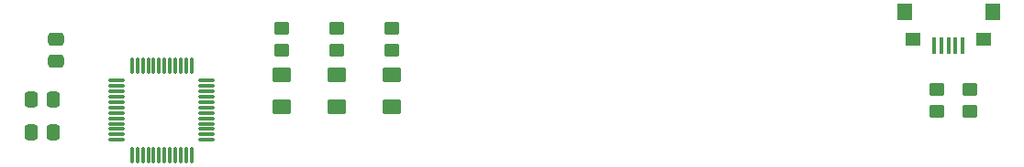
<source format=gbr>
%TF.GenerationSoftware,KiCad,Pcbnew,(6.0.0)*%
%TF.CreationDate,2022-01-02T22:49:07-08:00*%
%TF.ProjectId,thumbler_right,7468756d-626c-4657-925f-72696768742e,rev?*%
%TF.SameCoordinates,Original*%
%TF.FileFunction,Paste,Top*%
%TF.FilePolarity,Positive*%
%FSLAX46Y46*%
G04 Gerber Fmt 4.6, Leading zero omitted, Abs format (unit mm)*
G04 Created by KiCad (PCBNEW (6.0.0)) date 2022-01-02 22:49:07*
%MOMM*%
%LPD*%
G01*
G04 APERTURE LIST*
G04 Aperture macros list*
%AMRoundRect*
0 Rectangle with rounded corners*
0 $1 Rounding radius*
0 $2 $3 $4 $5 $6 $7 $8 $9 X,Y pos of 4 corners*
0 Add a 4 corners polygon primitive as box body*
4,1,4,$2,$3,$4,$5,$6,$7,$8,$9,$2,$3,0*
0 Add four circle primitives for the rounded corners*
1,1,$1+$1,$2,$3*
1,1,$1+$1,$4,$5*
1,1,$1+$1,$6,$7*
1,1,$1+$1,$8,$9*
0 Add four rect primitives between the rounded corners*
20,1,$1+$1,$2,$3,$4,$5,0*
20,1,$1+$1,$4,$5,$6,$7,0*
20,1,$1+$1,$6,$7,$8,$9,0*
20,1,$1+$1,$8,$9,$2,$3,0*%
G04 Aperture macros list end*
%ADD10RoundRect,0.250000X0.337500X0.475000X-0.337500X0.475000X-0.337500X-0.475000X0.337500X-0.475000X0*%
%ADD11RoundRect,0.250000X-0.475000X0.337500X-0.475000X-0.337500X0.475000X-0.337500X0.475000X0.337500X0*%
%ADD12RoundRect,0.250000X-0.625000X0.462500X-0.625000X-0.462500X0.625000X-0.462500X0.625000X0.462500X0*%
%ADD13RoundRect,0.249999X0.450001X-0.350001X0.450001X0.350001X-0.450001X0.350001X-0.450001X-0.350001X0*%
%ADD14RoundRect,0.249999X-0.450001X0.350001X-0.450001X-0.350001X0.450001X-0.350001X0.450001X0.350001X0*%
%ADD15RoundRect,0.075000X-0.075000X0.662500X-0.075000X-0.662500X0.075000X-0.662500X0.075000X0.662500X0*%
%ADD16RoundRect,0.075000X-0.662500X0.075000X-0.662500X-0.075000X0.662500X-0.075000X0.662500X0.075000X0*%
%ADD17R,0.400000X1.600000*%
%ADD18R,1.400000X1.200000*%
%ADD19R,1.400000X1.500000*%
G04 APERTURE END LIST*
D10*
%TO.C,C11*%
X389403500Y-145796000D03*
X387328500Y-145796000D03*
%TD*%
%TO.C,C12*%
X389403500Y-148844000D03*
X387328500Y-148844000D03*
%TD*%
D11*
%TO.C,C13*%
X389636000Y-140186500D03*
X389636000Y-142261500D03*
%TD*%
D12*
%TO.C,D55*%
X410464000Y-143546500D03*
X410464000Y-146521500D03*
%TD*%
D13*
%TO.C,R21*%
X470916000Y-146882460D03*
X470916000Y-144882460D03*
%TD*%
D14*
%TO.C,R22*%
X473964000Y-144882460D03*
X473964000Y-146882460D03*
%TD*%
D13*
%TO.C,R14*%
X420624000Y-141208000D03*
X420624000Y-139208000D03*
%TD*%
%TO.C,R17*%
X415544000Y-141208000D03*
X415544000Y-139208000D03*
%TD*%
%TO.C,R18*%
X410464000Y-141208000D03*
X410464000Y-139208000D03*
%TD*%
D15*
%TO.C,U4*%
X402165000Y-142649500D03*
X401665000Y-142649500D03*
X401165000Y-142649500D03*
X400665000Y-142649500D03*
X400165000Y-142649500D03*
X399665000Y-142649500D03*
X399165000Y-142649500D03*
X398665000Y-142649500D03*
X398165000Y-142649500D03*
X397665000Y-142649500D03*
X397165000Y-142649500D03*
X396665000Y-142649500D03*
D16*
X395252500Y-144062000D03*
X395252500Y-144562000D03*
X395252500Y-145062000D03*
X395252500Y-145562000D03*
X395252500Y-146062000D03*
X395252500Y-146562000D03*
X395252500Y-147062000D03*
X395252500Y-147562000D03*
X395252500Y-148062000D03*
X395252500Y-148562000D03*
X395252500Y-149062000D03*
X395252500Y-149562000D03*
D15*
X396665000Y-150974500D03*
X397165000Y-150974500D03*
X397665000Y-150974500D03*
X398165000Y-150974500D03*
X398665000Y-150974500D03*
X399165000Y-150974500D03*
X399665000Y-150974500D03*
X400165000Y-150974500D03*
X400665000Y-150974500D03*
X401165000Y-150974500D03*
X401665000Y-150974500D03*
X402165000Y-150974500D03*
D16*
X403577500Y-149562000D03*
X403577500Y-149062000D03*
X403577500Y-148562000D03*
X403577500Y-148062000D03*
X403577500Y-147562000D03*
X403577500Y-147062000D03*
X403577500Y-146562000D03*
X403577500Y-146062000D03*
X403577500Y-145562000D03*
X403577500Y-145062000D03*
X403577500Y-144562000D03*
X403577500Y-144062000D03*
%TD*%
D12*
%TO.C,D51*%
X415544000Y-143546500D03*
X415544000Y-146521500D03*
%TD*%
%TO.C,D45*%
X420624000Y-143546500D03*
X420624000Y-146521500D03*
%TD*%
D17*
%TO.C,J8*%
X473310247Y-140797426D03*
X472660247Y-140797426D03*
X472010247Y-140797426D03*
X471360247Y-140797426D03*
X470710247Y-140797426D03*
D18*
X468760247Y-140187426D03*
D19*
X476060247Y-137687426D03*
D18*
X475260247Y-140187426D03*
D19*
X467960247Y-137687426D03*
%TD*%
M02*

</source>
